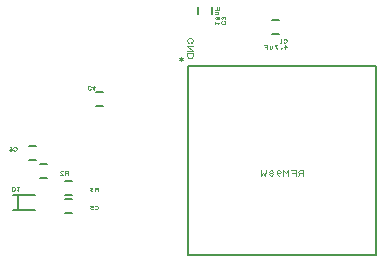
<source format=gbr>
%FSLAX23Y23*%
%MOIN*%
G04 EasyPC Gerber Version 17.0 Build 3379 *
%ADD11C,0.00100*%
%ADD16C,0.00128*%
%ADD10C,0.00500*%
%ADD12C,0.00600*%
%ADD14C,0.00800*%
X0Y0D02*
D02*
D10*
X1357Y873D02*
Y243D01*
X728*
Y873*
X1357*
D02*
D11*
X705Y904D02*
Y891D01*
X712Y900D02*
X699Y894D01*
Y900D02*
X712Y894D01*
X738Y954D02*
Y949D01*
X739*
X742Y951*
X744Y952*
X745Y955*
Y959*
X744Y962*
X742Y963*
X739Y965*
X733*
X730Y963*
X728Y962*
X727Y959*
Y955*
X728Y952*
X730Y951*
X733Y949*
X745Y940D02*
X727D01*
X745Y924*
X727*
X745Y915D02*
X727D01*
Y905*
X728Y902*
X730Y901*
X733Y899*
X739*
X742Y901*
X744Y902*
X745Y905*
Y915*
X1113Y507D02*
Y526D01*
X1102*
X1098Y524*
X1097Y521*
X1098Y518*
X1102Y517*
X1113*
X1102D02*
X1097Y507D01*
X1088D02*
Y526D01*
X1072*
X1075Y517D02*
X1088D01*
X1063Y507D02*
Y526D01*
X1055Y517*
X1047Y526*
Y507*
X1033D02*
X1030Y509D01*
X1027Y512*
X1025Y517*
Y521*
X1027Y524*
X1030Y526*
X1033*
X1036Y524*
X1038Y521*
X1036Y518*
X1033Y517*
X1030*
X1027Y518*
X1025Y521*
X1008Y517D02*
X1005D01*
X1002Y518*
X1000Y521*
X1002Y524*
X1005Y526*
X1008*
X1011Y524*
X1013Y521*
X1011Y518*
X1008Y517*
X1011Y515*
X1013Y512*
X1011Y509*
X1008Y507*
X1005*
X1002Y509*
X1000Y512*
X1002Y515*
X1005Y517*
X988Y526D02*
X986Y507D01*
X980Y517*
X973Y507*
X972Y526*
D02*
D12*
X224Y559D02*
X201D01*
X224Y606D02*
X201D01*
X259Y499D02*
X236D01*
X259Y546D02*
X236D01*
X344Y384D02*
X321D01*
X344Y431D02*
X321D01*
X344Y444D02*
X321D01*
X344Y491D02*
X321D01*
X423Y741D02*
X446D01*
X423Y788D02*
X446D01*
X764Y1069D02*
Y1046D01*
X811Y1069D02*
Y1046D01*
X1034Y979D02*
X1011D01*
X1034Y1026D02*
X1011D01*
D02*
D14*
X147Y392D02*
X218D01*
X147Y443D02*
X218D01*
X163Y392D02*
Y443D01*
D02*
D16*
X142Y469D02*
Y458D01*
X148*
X151Y459*
X152Y460*
X153Y462*
Y466*
X152Y468*
X151Y469*
X148Y469*
X142*
X161D02*
X165D01*
X163D02*
Y458D01*
X161Y460*
X147Y593D02*
X148Y592D01*
X151Y591*
X154*
X156Y592*
X157Y593*
X158Y595*
Y599*
X157Y601*
X156Y602*
X154Y603*
X151*
X148Y602*
X147Y601*
X142Y594D02*
X141Y596D01*
X139Y597*
X137*
X135Y596*
X134Y594*
X135Y592*
X137Y591*
X139*
X141Y592*
X142Y594*
Y597*
X141Y600*
X139Y602*
X137Y603*
X328Y511D02*
Y523D01*
X321*
X319Y522*
X318Y520*
X319Y518*
X321Y516*
X328*
X321D02*
X318Y511D01*
X304D02*
X312D01*
X305Y518*
X304Y520*
X305Y522*
X307Y523*
X309*
X312Y522*
X405Y804D02*
X404Y805D01*
X402Y806*
X399*
X397Y805*
X396Y804*
X395Y802*
Y798*
X396Y796*
X397Y795*
X399Y794*
X402*
X404Y795*
X405Y796*
X416Y806D02*
Y794D01*
X411Y802*
X419*
X418Y398D02*
X418Y397D01*
X421Y396*
X423*
X426Y397*
X427Y398*
X428Y400*
Y404*
X427Y406*
X426Y406*
X423Y407*
X421*
X418Y406*
X418Y406*
X412Y397D02*
X409Y396D01*
X406*
X405Y397*
X404Y399*
Y400*
X405Y402*
X406Y403*
X412*
Y407*
X404*
X428Y456D02*
Y468D01*
X421*
X418Y467*
X418Y465*
X418Y463*
X421Y462*
X428*
X421D02*
X418Y456D01*
X411Y457D02*
X409Y456D01*
X406*
X405Y457*
X404Y459*
X405Y461*
X406Y462*
X409*
X406D02*
X405Y463D01*
X404Y465*
X405Y467*
X406Y468*
X409*
X411Y467*
X843Y1023D02*
X842Y1022D01*
X841Y1020*
Y1016*
X842Y1014*
X843Y1014*
X845Y1013*
X849*
X851Y1014*
X852Y1014*
X853Y1016*
Y1020*
X852Y1022*
X851Y1023*
X842Y1030D02*
X841Y1032D01*
Y1034*
X842Y1036*
X844Y1037*
X846Y1036*
X847Y1034*
Y1032*
Y1034D02*
X848Y1036D01*
X850Y1037*
X852Y1036*
X853Y1034*
Y1032*
X852Y1030*
X821Y1014D02*
Y1019D01*
Y1016D02*
X833D01*
X831Y1014*
X822Y1030D02*
X821Y1032D01*
Y1034*
X822Y1036*
X824Y1037*
X830*
X832Y1036*
X833Y1034*
Y1032*
X832Y1030*
X830Y1029*
X824*
X822Y1030*
X832Y1036*
X821Y1045D02*
X829D01*
X826D02*
X828Y1046D01*
X829Y1048*
Y1050*
X828Y1052*
X826Y1053*
X821*
Y1061D02*
X833D01*
Y1071*
X827Y1069D02*
Y1061D01*
X1048Y953D02*
X1049Y952D01*
X1050Y951*
X1054*
X1056Y952*
X1057Y953*
X1058Y955*
Y959*
X1057Y961*
X1056Y962*
X1054Y963*
X1050*
X1049Y962*
X1048Y961*
X1040Y951D02*
X1036D01*
X1038D02*
Y963D01*
X1040Y961*
X1053Y931D02*
Y943D01*
X1058Y935*
X1050*
X1041Y931D02*
X1040Y932D01*
X1041Y933*
X1042Y932*
X1041Y931*
X1026D02*
X1018Y943D01*
X1026*
X1010Y939D02*
Y934D01*
X1009Y932*
X1006Y931*
X1005*
X1002Y932*
X1002Y934*
Y939D02*
Y931D01*
X994D02*
Y943D01*
X984*
X986Y937D02*
X994D01*
X0Y0D02*
M02*

</source>
